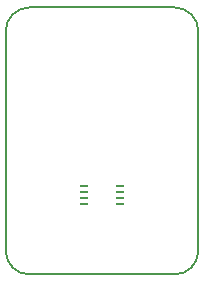
<source format=gbr>
G04 #@! TF.GenerationSoftware,KiCad,Pcbnew,5.1.4-e60b266~84~ubuntu19.04.1*
G04 #@! TF.CreationDate,2019-08-10T10:41:32+03:00*
G04 #@! TF.ProjectId,BRK-VSSOP-8-2.4x2.1-P0.5,42524b2d-5653-4534-9f50-2d382d322e34,v1.1*
G04 #@! TF.SameCoordinates,Original*
G04 #@! TF.FileFunction,Paste,Top*
G04 #@! TF.FilePolarity,Positive*
%FSLAX46Y46*%
G04 Gerber Fmt 4.6, Leading zero omitted, Abs format (unit mm)*
G04 Created by KiCad (PCBNEW 5.1.4-e60b266~84~ubuntu19.04.1) date 2019-08-10 10:41:32*
%MOMM*%
%LPD*%
G04 APERTURE LIST*
%ADD10C,0.150000*%
%ADD11R,0.750000X0.250000*%
G04 APERTURE END LIST*
D10*
X53000000Y-70600000D02*
G75*
G02X51000000Y-68600000I0J2000000D01*
G01*
X67300000Y-68600000D02*
G75*
G02X65300000Y-70600000I-2000000J0D01*
G01*
X65300000Y-48000000D02*
G75*
G02X67300000Y-50000000I0J-2000000D01*
G01*
X51000000Y-50000000D02*
G75*
G02X53000000Y-48000000I2000000J0D01*
G01*
X65300000Y-70600000D02*
X53000000Y-70600000D01*
X67300000Y-50000000D02*
X67300000Y-68600000D01*
X53000000Y-48000000D02*
X65300000Y-48000000D01*
X51000000Y-68600000D02*
X51000000Y-50000000D01*
D11*
X60700000Y-63120000D03*
X60700000Y-63620000D03*
X60700000Y-64120000D03*
X60700000Y-64620000D03*
X57600000Y-64620000D03*
X57600000Y-64120000D03*
X57600000Y-63620000D03*
X57600000Y-63120000D03*
M02*

</source>
